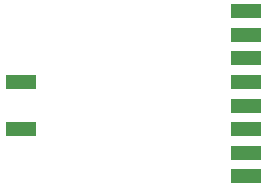
<source format=gbr>
G04 #@! TF.GenerationSoftware,KiCad,Pcbnew,(5.1.4)-1*
G04 #@! TF.CreationDate,2020-02-21T12:34:06+01:00*
G04 #@! TF.ProjectId,HB-UNI-Sen-TEMP-MAX6675,48422d55-4e49-42d5-9365-6e2d54454d50,rev?*
G04 #@! TF.SameCoordinates,Original*
G04 #@! TF.FileFunction,Paste,Bot*
G04 #@! TF.FilePolarity,Positive*
%FSLAX46Y46*%
G04 Gerber Fmt 4.6, Leading zero omitted, Abs format (unit mm)*
G04 Created by KiCad (PCBNEW (5.1.4)-1) date 2020-02-21 12:34:06*
%MOMM*%
%LPD*%
G04 APERTURE LIST*
%ADD10R,2.524000X1.200000*%
G04 APERTURE END LIST*
D10*
X148000000Y-113300000D03*
X148000000Y-109300000D03*
X167000000Y-117300000D03*
X167000000Y-115300000D03*
X167000000Y-113300000D03*
X167000000Y-111300000D03*
X167000000Y-109300000D03*
X167000000Y-107300000D03*
X167000000Y-105300000D03*
X167000000Y-103300000D03*
M02*

</source>
